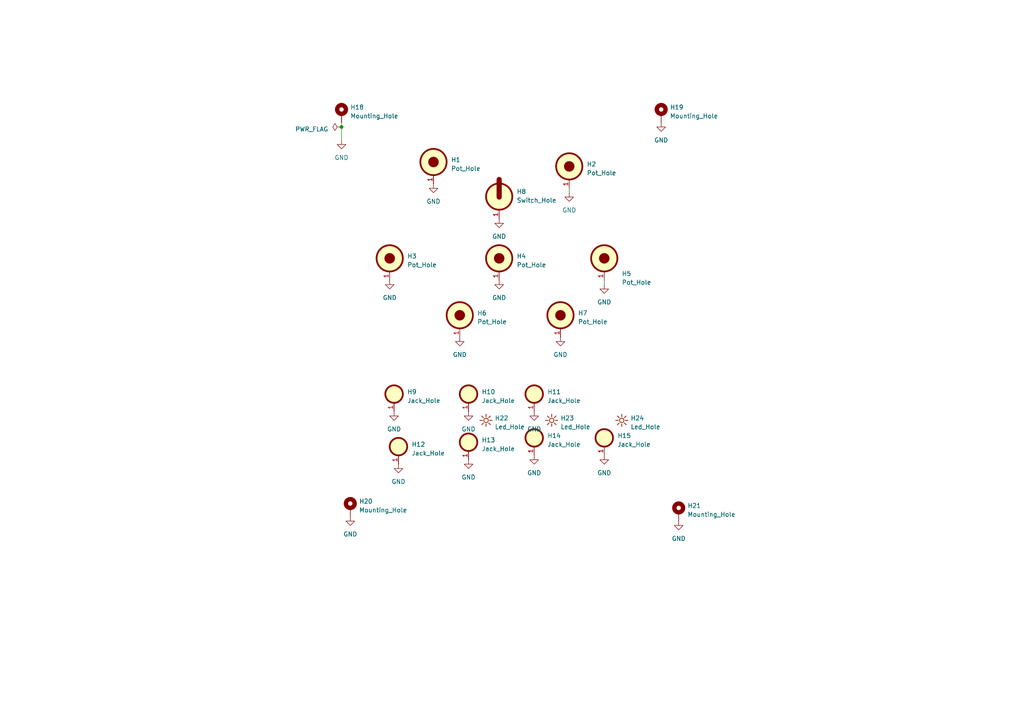
<source format=kicad_sch>
(kicad_sch (version 20230121) (generator eeschema)
  (paper "A4")
  (lib_symbols
    (symbol "Kosmo:Jack_Hole" (pin_names (offset 1.016))
      (property "Reference" "H" (at 3.81 1.27 0))
      (property "Value" "Jack_Hole" (at 7.62 -1.27 0))
      (symbol "Jack_Hole_1_1"
        (circle (center 0 0) (radius 2.54) (stroke (width 0.508)) (fill (type background)))
        (pin passive line (at 0 -5.08 90) (length 2.54) (name "~") (number "1"))
      )
    )
    (symbol "Kosmo:Led_Hole" (pin_names (offset 1.016))
      (property "Reference" "H" (at 2.413 1.397 0))
      (property "Value" "Led_Hole" (at 6.223 -1.143 0))
      (symbol "Led_Hole_1_1"
        (polyline (pts (xy -1.016 0) (xy -1.778 0)) (stroke (width 0.2032)))
        (polyline (pts (xy -0.762 -0.762) (xy -1.27 -1.27)) (stroke (width 0.2032)))
        (polyline (pts (xy -0.762 0.762) (xy -1.27 1.27)) (stroke (width 0.2032)))
        (polyline (pts (xy 0 -1.778) (xy 0 -1.016)) (stroke (width 0.2032)))
        (polyline (pts (xy 0 1.016) (xy 0 1.778)) (stroke (width 0.2032)))
        (polyline (pts (xy 1.27 -1.27) (xy 0.762 -0.762)) (stroke (width 0.2032)))
        (polyline (pts (xy 1.27 1.27) (xy 0.762 0.762)) (stroke (width 0.2032)))
        (polyline (pts (xy 1.778 0) (xy 1.016 0)) (stroke (width 0.2032)))
        (circle (center 0 0) (radius 0.635) (stroke (width 0.2032)) (fill (type background)))
      )
    )
    (symbol "Kosmo:Mounting_Hole" (pin_numbers hide) (pin_names (offset 1.016) hide)
      (property "Reference" "H" (at 0 6.35 0))
      (property "Value" "Mounting_Hole" (at 0 4.445 0))
      (symbol "Mounting_Hole_0_1"
        (circle (center 0 1.27) (radius 1.27) (stroke (width 1.27)))
      )
      (symbol "Mounting_Hole_1_1"
        (pin input line (at 0 -2.54 90) (length 2.54) (name "1") (number "1"))
      )
    )
    (symbol "Kosmo:Pot_Hole" (pin_names (offset 1.016))
      (property "Reference" "H" (at 4.826 1.397 0))
      (property "Value" "Pot_Hole" (at 8.128 -1.778 0))
      (symbol "Pot_Hole_0_1"
        (circle (center 0 0) (radius 1.27) (stroke (width 0.508)) (fill (type outline)))
        (circle (center 0 0) (radius 3.81) (stroke (width 0.508)) (fill (type background)))
      )
      (symbol "Pot_Hole_1_1"
        (pin passive line (at 0 -6.35 90) (length 2.54) (name "~") (number "1"))
      )
    )
    (symbol "Kosmo:Switch_Hole" (pin_names (offset 1.016))
      (property "Reference" "H" (at 4.826 1.397 0))
      (property "Value" "Switch_Hole" (at 9.906 -1.778 0))
      (symbol "Switch_Hole_0_1"
        (polyline (pts (xy 0 0) (xy 0 5.08)) (stroke (width 1.4986)))
        (circle (center 0 0.127) (radius 3.81) (stroke (width 0.508)) (fill (type background)))
      )
      (symbol "Switch_Hole_1_1"
        (pin passive line (at 0 -6.35 90) (length 2.54) (name "~") (number "1"))
      )
    )
    (symbol "power:GND" (power) (pin_names (offset 0))
      (property "Value" "GND" (at 0 -3.81 0))
      (symbol "GND_0_1"
        (polyline (pts (xy 0 0) (xy 0 -1.27) (xy 1.27 -1.27) (xy 0 -2.54) (xy -1.27 -1.27) (xy 0 -1.27)))
      )
      (symbol "GND_1_1"
        (pin power_in line (at 0 0 270) (length 0) hide (name "GND") (number "1"))
      )
    )
    (symbol "power:PWR_FLAG" (power) (pin_numbers hide) (pin_names (offset 0) hide)
      (property "Value" "PWR_FLAG" (at 0 3.81 0))
      (symbol "PWR_FLAG_0_0"
        (pin power_out line (at 0 0 90) (length 0) (name "pwr") (number "1"))
      )
      (symbol "PWR_FLAG_0_1"
        (polyline (pts (xy 0 0) (xy 0 1.27) (xy -1.016 1.905) (xy 0 2.54) (xy 1.016 1.905) (xy 0 1.27)))
      )
    )
  )
  (junction (at 99.06 36.83))
  (wire (pts (xy 99.06 36.83) (xy 99.06 35.56)))
  (wire (pts (xy 99.06 40.64) (xy 99.06 36.83)))
  (wire (pts (xy 165.1 55.88) (xy 165.1 54.61)))
  (wire (pts (xy 175.26 82.55) (xy 175.26 81.28)))
  (symbol (lib_id "power:GND") (at 196.85 151.13 0) (unit 1)
    (property "Reference" "#PWR08" (effects hide))
    (property "Value" "GND" (at 196.85 156.21 0))
  )
  (symbol (lib_id "power:GND") (at 154.94 132.08 0) (unit 1)
    (property "Reference" "#PWR02" (effects hide))
    (property "Value" "GND" (at 154.94 137.16 0))
  )
  (symbol (lib_id "Kosmo:Pot_Hole") (at 162.56 91.44 0) (unit 1)
    (property "Reference" "H7" (at 167.64 90.805 0) (effects (justify left)))
    (property "Value" "Pot_Hole" (at 167.64 93.345 0) (effects (justify left)))
    (property "Footprint" "Kosmo_panel:Kosmo_Pot_Hole" (effects hide))
  )
  (symbol (lib_id "Kosmo:Mounting_Hole") (at 196.85 148.59 0) (unit 1)
    (property "Reference" "H21" (at 199.39 146.685 0) (effects (justify left)))
    (property "Value" "Mounting_Hole" (at 199.39 149.225 0) (effects (justify left)))
    (property "Footprint" "Kosmo_panel:Kosmo_Panel_Mounting_Hole" (effects hide))
  )
  (symbol (lib_id "Kosmo:Jack_Hole") (at 114.3 114.3 0) (unit 1)
    (property "Reference" "H9" (at 118.11 113.665 0) (effects (justify left)))
    (property "Value" "Jack_Hole" (at 118.11 116.205 0) (effects (justify left)))
    (property "Footprint" "Kosmo_panel:Kosmo_Jack_Hole" (effects hide))
  )
  (symbol (lib_id "Kosmo:Jack_Hole") (at 115.57 129.54 0) (unit 1)
    (property "Reference" "H12" (at 119.38 128.905 0) (effects (justify left)))
    (property "Value" "Jack_Hole" (at 119.38 131.445 0) (effects (justify left)))
    (property "Footprint" "Kosmo_panel:Kosmo_Jack_Hole" (effects hide))
  )
  (symbol (lib_id "Kosmo:Mounting_Hole") (at 191.77 33.02 0) (unit 1)
    (property "Reference" "H19" (at 194.31 31.115 0) (effects (justify left)))
    (property "Value" "Mounting_Hole" (at 194.31 33.655 0) (effects (justify left)))
    (property "Footprint" "Kosmo_panel:Kosmo_Panel_Mounting_Hole" (effects hide))
  )
  (symbol (lib_id "Kosmo:Led_Hole") (at 140.97 121.92 0) (unit 1)
    (property "Reference" "H22" (at 143.51 121.285 0) (effects (justify left)))
    (property "Value" "Led_Hole" (at 143.51 123.825 0) (effects (justify left)))
    (property "Footprint" "Kosmo_panel:Kosmo_LED_Hole" (effects hide))
  )
  (symbol (lib_id "power:GND") (at 99.06 40.64 0) (unit 1)
    (property "Reference" "#PWR019" (effects hide))
    (property "Value" "GND" (at 99.06 45.72 0))
  )
  (symbol (lib_id "power:GND") (at 154.94 119.38 0) (unit 1)
    (property "Reference" "#PWR07" (effects hide))
    (property "Value" "GND" (at 154.94 124.46 0))
  )
  (symbol (lib_id "power:GND") (at 115.57 134.62 0) (unit 1)
    (property "Reference" "#PWR04" (effects hide))
    (property "Value" "GND" (at 115.57 139.7 0))
  )
  (symbol (lib_id "Kosmo:Pot_Hole") (at 175.26 74.93 0) (unit 1)
    (property "Reference" "H5" (at 180.34 79.375 0) (effects (justify left)))
    (property "Value" "Pot_Hole" (at 180.34 81.915 0) (effects (justify left)))
    (property "Footprint" "Kosmo_panel:Kosmo_Pot_Hole" (effects hide))
  )
  (symbol (lib_id "power:GND") (at 144.78 81.28 0) (unit 1)
    (property "Reference" "#PWR013" (effects hide))
    (property "Value" "GND" (at 144.78 86.36 0))
  )
  (symbol (lib_id "Kosmo:Mounting_Hole") (at 99.06 33.02 0) (unit 1)
    (property "Reference" "H18" (at 101.6 31.115 0) (effects (justify left)))
    (property "Value" "Mounting_Hole" (at 101.6 33.655 0) (effects (justify left)))
    (property "Footprint" "Kosmo_panel:Kosmo_Panel_Mounting_Hole" (effects hide))
  )
  (symbol (lib_id "power:GND") (at 175.26 82.55 0) (unit 1)
    (property "Reference" "#PWR012" (effects hide))
    (property "Value" "GND" (at 175.26 87.63 0))
  )
  (symbol (lib_id "power:GND") (at 125.73 53.34 0) (unit 1)
    (property "Reference" "#PWR015" (effects hide))
    (property "Value" "GND" (at 125.73 58.42 0))
  )
  (symbol (lib_id "Kosmo:Pot_Hole") (at 165.1 48.26 0) (unit 1)
    (property "Reference" "H2" (at 170.18 47.625 0) (effects (justify left)))
    (property "Value" "Pot_Hole" (at 170.18 50.165 0) (effects (justify left)))
    (property "Footprint" "Kosmo_panel:Kosmo_Pot_Hole" (effects hide))
  )
  (symbol (lib_id "power:GND") (at 135.89 119.38 0) (unit 1)
    (property "Reference" "#PWR06" (effects hide))
    (property "Value" "GND" (at 135.89 124.46 0))
  )
  (symbol (lib_id "Kosmo:Jack_Hole") (at 135.89 128.27 0) (unit 1)
    (property "Reference" "H13" (at 139.7 127.635 0) (effects (justify left)))
    (property "Value" "Jack_Hole" (at 139.7 130.175 0) (effects (justify left)))
    (property "Footprint" "Kosmo_panel:Kosmo_Jack_Hole" (effects hide))
  )
  (symbol (lib_id "Kosmo:Jack_Hole") (at 154.94 127 0) (unit 1)
    (property "Reference" "H14" (at 158.75 126.365 0) (effects (justify left)))
    (property "Value" "Jack_Hole" (at 158.75 128.905 0) (effects (justify left)))
    (property "Footprint" "Kosmo_panel:Kosmo_Jack_Hole" (effects hide))
  )
  (symbol (lib_id "power:GND") (at 144.78 63.5 0) (unit 1)
    (property "Reference" "#PWR016" (effects hide))
    (property "Value" "GND" (at 144.78 68.58 0))
  )
  (symbol (lib_id "Kosmo:Pot_Hole") (at 113.03 74.93 0) (unit 1)
    (property "Reference" "H3" (at 118.11 74.295 0) (effects (justify left)))
    (property "Value" "Pot_Hole" (at 118.11 76.835 0) (effects (justify left)))
    (property "Footprint" "Kosmo_panel:Kosmo_Pot_Hole" (effects hide))
  )
  (symbol (lib_id "Kosmo:Mounting_Hole") (at 101.6 147.32 0) (unit 1)
    (property "Reference" "H20" (at 104.14 145.415 0) (effects (justify left)))
    (property "Value" "Mounting_Hole" (at 104.14 147.955 0) (effects (justify left)))
    (property "Footprint" "Kosmo_panel:Kosmo_Panel_Mounting_Hole" (effects hide))
  )
  (symbol (lib_id "power:GND") (at 162.56 97.79 0) (unit 1)
    (property "Reference" "#PWR011" (effects hide))
    (property "Value" "GND" (at 162.56 102.87 0))
  )
  (symbol (lib_id "Kosmo:Pot_Hole") (at 144.78 74.93 0) (unit 1)
    (property "Reference" "H4" (at 149.86 74.295 0) (effects (justify left)))
    (property "Value" "Pot_Hole" (at 149.86 76.835 0) (effects (justify left)))
    (property "Footprint" "Kosmo_panel:Kosmo_Pot_Hole" (effects hide))
  )
  (symbol (lib_id "Kosmo:Switch_Hole") (at 144.78 57.15 0) (unit 1)
    (property "Reference" "H8" (at 149.86 55.5688 0) (effects (justify left)))
    (property "Value" "Switch_Hole" (at 149.86 58.1088 0) (effects (justify left)))
    (property "Footprint" "Kosmo_panel:Kosmo_Switch_Hole" (effects hide))
  )
  (symbol (lib_id "power:GND") (at 113.03 81.28 0) (unit 1)
    (property "Reference" "#PWR014" (effects hide))
    (property "Value" "GND" (at 113.03 86.36 0))
  )
  (symbol (lib_id "Kosmo:Jack_Hole") (at 175.26 127 0) (unit 1)
    (property "Reference" "H15" (at 179.07 126.365 0) (effects (justify left)))
    (property "Value" "Jack_Hole" (at 179.07 128.905 0) (effects (justify left)))
    (property "Footprint" "Kosmo_panel:Kosmo_Jack_Hole" (effects hide))
  )
  (symbol (lib_id "power:GND") (at 135.89 133.35 0) (unit 1)
    (property "Reference" "#PWR03" (effects hide))
    (property "Value" "GND" (at 135.89 138.43 0))
  )
  (symbol (lib_id "Kosmo:Pot_Hole") (at 125.73 46.99 0) (unit 1)
    (property "Reference" "H1" (at 130.81 46.355 0) (effects (justify left)))
    (property "Value" "Pot_Hole" (at 130.81 48.895 0) (effects (justify left)))
    (property "Footprint" "Kosmo_panel:Kosmo_Pot_Hole" (effects hide))
  )
  (symbol (lib_id "Kosmo:Led_Hole") (at 160.02 121.92 0) (unit 1)
    (property "Reference" "H23" (at 162.56 121.285 0) (effects (justify left)))
    (property "Value" "Led_Hole" (at 162.56 123.825 0) (effects (justify left)))
    (property "Footprint" "Kosmo_panel:Kosmo_LED_Hole" (effects hide))
  )
  (symbol (lib_id "power:GND") (at 165.1 55.88 0) (unit 1)
    (property "Reference" "#PWR017" (effects hide))
    (property "Value" "GND" (at 165.1 60.96 0))
  )
  (symbol (lib_id "power:GND") (at 133.35 97.79 0) (unit 1)
    (property "Reference" "#PWR010" (effects hide))
    (property "Value" "GND" (at 133.35 102.87 0))
  )
  (symbol (lib_id "Kosmo:Led_Hole") (at 180.34 121.92 0) (unit 1)
    (property "Reference" "H24" (at 182.88 121.285 0) (effects (justify left)))
    (property "Value" "Led_Hole" (at 182.88 123.825 0) (effects (justify left)))
    (property "Footprint" "Kosmo_panel:Kosmo_LED_Hole" (effects hide))
  )
  (symbol (lib_id "power:GND") (at 175.26 132.08 0) (unit 1)
    (property "Reference" "#PWR01" (effects hide))
    (property "Value" "GND" (at 175.26 137.16 0))
  )
  (symbol (lib_id "power:PWR_FLAG") (at 99.06 36.83 90) (unit 1)
    (property "Reference" "#FLG01" (effects hide))
    (property "Value" "PWR_FLAG" (at 95.25 37.465 90) (effects (justify left)))
  )
  (symbol (lib_id "power:GND") (at 191.77 35.56 0) (unit 1)
    (property "Reference" "#PWR018" (effects hide))
    (property "Value" "GND" (at 191.77 40.64 0))
  )
  (symbol (lib_id "power:GND") (at 101.6 149.86 0) (unit 1)
    (property "Reference" "#PWR09" (effects hide))
    (property "Value" "GND" (at 101.6 154.94 0))
  )
  (symbol (lib_id "Kosmo:Jack_Hole") (at 154.94 114.3 0) (unit 1)
    (property "Reference" "H11" (at 158.75 113.665 0) (effects (justify left)))
    (property "Value" "Jack_Hole" (at 158.75 116.205 0) (effects (justify left)))
    (property "Footprint" "Kosmo_panel:Kosmo_Jack_Hole" (effects hide))
  )
  (symbol (lib_id "Kosmo:Pot_Hole") (at 133.35 91.44 0) (unit 1)
    (property "Reference" "H6" (at 138.43 90.805 0) (effects (justify left)))
    (property "Value" "Pot_Hole" (at 138.43 93.345 0) (effects (justify left)))
    (property "Footprint" "Kosmo_panel:Kosmo_Pot_Hole" (effects hide))
  )
  (symbol (lib_id "power:GND") (at 114.3 119.38 0) (unit 1)
    (property "Reference" "#PWR05" (effects hide))
    (property "Value" "GND" (at 114.3 124.46 0))
  )
  (symbol (lib_id "Kosmo:Jack_Hole") (at 135.89 114.3 0) (unit 1)
    (property "Reference" "H10" (at 139.7 113.665 0) (effects (justify left)))
    (property "Value" "Jack_Hole" (at 139.7 116.205 0) (effects (justify left)))
    (property "Footprint" "Kosmo_panel:Kosmo_Jack_Hole" (effects hide))
  )
)
</source>
